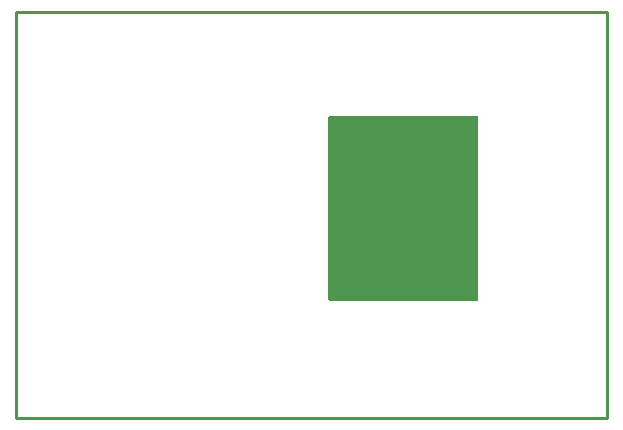
<source format=gbr>
G04 EAGLE Gerber RS-274X export*
G75*
%MOMM*%
%FSLAX34Y34*%
%LPD*%
%IN*%
%IPPOS*%
%AMOC8*
5,1,8,0,0,1.08239X$1,22.5*%
G01*
%ADD10C,0.000000*%
%ADD11C,0.254000*%

G36*
X390020Y104242D02*
X390020Y104242D01*
X390039Y104240D01*
X390141Y104262D01*
X390243Y104279D01*
X390260Y104288D01*
X390280Y104292D01*
X390369Y104345D01*
X390460Y104394D01*
X390474Y104408D01*
X390491Y104418D01*
X390558Y104497D01*
X390630Y104572D01*
X390638Y104590D01*
X390651Y104605D01*
X390690Y104701D01*
X390733Y104795D01*
X390735Y104815D01*
X390743Y104833D01*
X390761Y105000D01*
X390761Y260000D01*
X390758Y260020D01*
X390760Y260039D01*
X390738Y260141D01*
X390722Y260243D01*
X390712Y260260D01*
X390708Y260280D01*
X390655Y260369D01*
X390606Y260460D01*
X390592Y260474D01*
X390582Y260491D01*
X390503Y260558D01*
X390428Y260630D01*
X390410Y260638D01*
X390395Y260651D01*
X390299Y260690D01*
X390205Y260733D01*
X390185Y260735D01*
X390167Y260743D01*
X390000Y260761D01*
X265000Y260761D01*
X264980Y260758D01*
X264961Y260760D01*
X264859Y260738D01*
X264757Y260722D01*
X264740Y260712D01*
X264720Y260708D01*
X264631Y260655D01*
X264540Y260606D01*
X264526Y260592D01*
X264509Y260582D01*
X264442Y260503D01*
X264371Y260428D01*
X264362Y260410D01*
X264349Y260395D01*
X264310Y260299D01*
X264267Y260205D01*
X264265Y260185D01*
X264257Y260167D01*
X264239Y260000D01*
X264239Y105000D01*
X264242Y104980D01*
X264240Y104961D01*
X264262Y104859D01*
X264279Y104757D01*
X264288Y104740D01*
X264292Y104720D01*
X264345Y104631D01*
X264394Y104540D01*
X264408Y104526D01*
X264418Y104509D01*
X264497Y104442D01*
X264572Y104371D01*
X264590Y104362D01*
X264605Y104349D01*
X264701Y104310D01*
X264795Y104267D01*
X264815Y104265D01*
X264833Y104257D01*
X265000Y104239D01*
X390000Y104239D01*
X390020Y104242D01*
G37*
D10*
X0Y5000D02*
X500000Y5000D01*
X500000Y349300D01*
X0Y349300D01*
X0Y5000D01*
D11*
X0Y5000D02*
X500000Y5000D01*
X500000Y349300D01*
X0Y349300D01*
X0Y5000D01*
M02*

</source>
